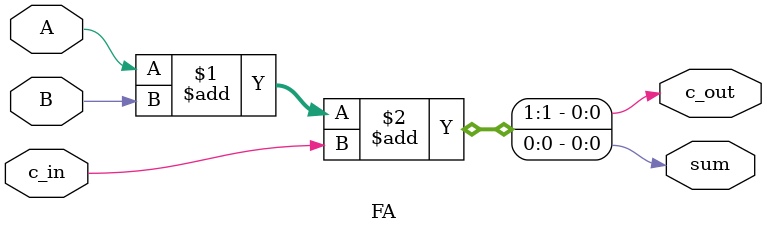
<source format=v>
`timescale 1ns / 1ps


module FA(
    input A,
    input B,
    input c_in,
    output c_out,
    output sum
    );
    assign {c_out,sum} = A + B + c_in;
endmodule

</source>
